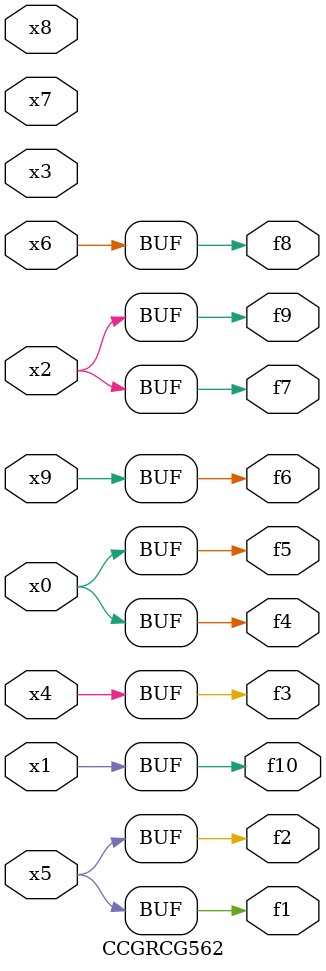
<source format=v>
module CCGRCG562(
	input x0, x1, x2, x3, x4, x5, x6, x7, x8, x9,
	output f1, f2, f3, f4, f5, f6, f7, f8, f9, f10
);
	assign f1 = x5;
	assign f2 = x5;
	assign f3 = x4;
	assign f4 = x0;
	assign f5 = x0;
	assign f6 = x9;
	assign f7 = x2;
	assign f8 = x6;
	assign f9 = x2;
	assign f10 = x1;
endmodule

</source>
